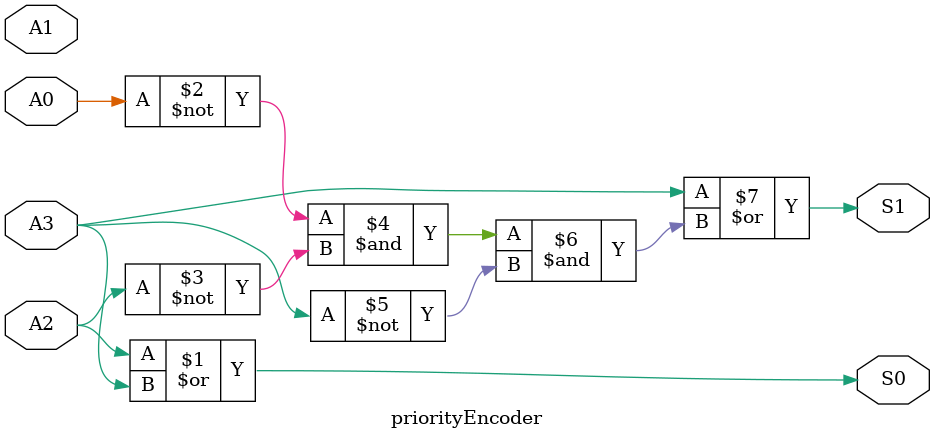
<source format=v>
`timescale 1ns / 1ps

module priorityEncoder(
    input A0, A1, A2, A3,
    output S0, S1
);

    assign S0 = A2 | A3;
    assign S1 = A3 | (~A0 & ~A2 & ~A3);
endmodule

</source>
